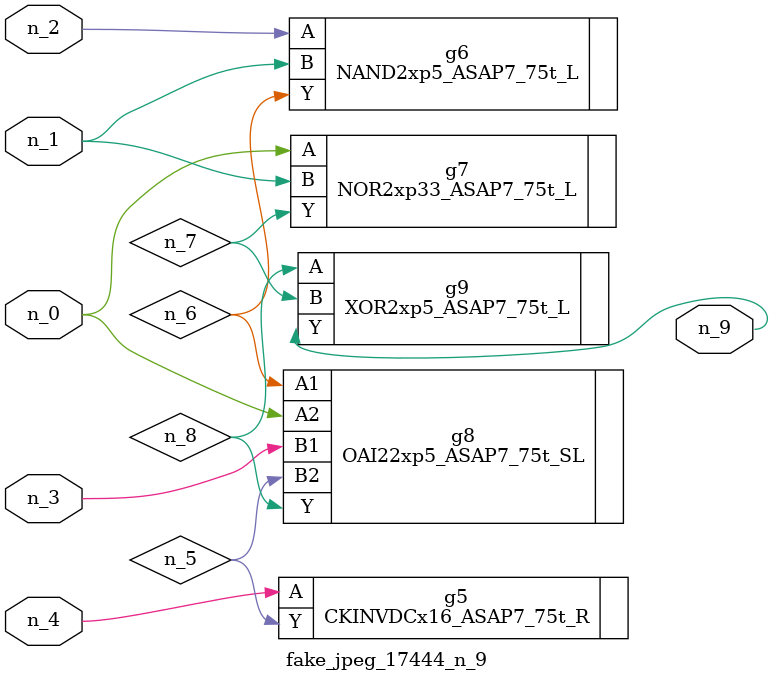
<source format=v>
module fake_jpeg_17444_n_9 (n_3, n_2, n_1, n_0, n_4, n_9);

input n_3;
input n_2;
input n_1;
input n_0;
input n_4;

output n_9;

wire n_8;
wire n_6;
wire n_5;
wire n_7;

CKINVDCx16_ASAP7_75t_R g5 ( 
.A(n_4),
.Y(n_5)
);

NAND2xp5_ASAP7_75t_L g6 ( 
.A(n_2),
.B(n_1),
.Y(n_6)
);

NOR2xp33_ASAP7_75t_L g7 ( 
.A(n_0),
.B(n_1),
.Y(n_7)
);

OAI22xp5_ASAP7_75t_SL g8 ( 
.A1(n_6),
.A2(n_0),
.B1(n_3),
.B2(n_5),
.Y(n_8)
);

XOR2xp5_ASAP7_75t_L g9 ( 
.A(n_8),
.B(n_7),
.Y(n_9)
);


endmodule
</source>
